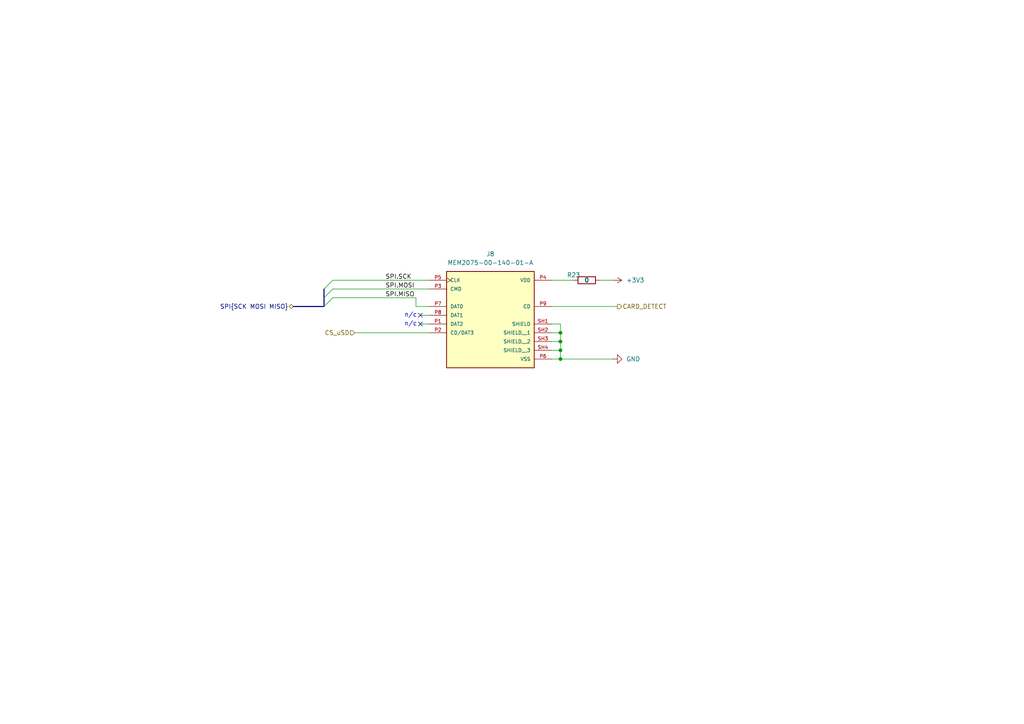
<source format=kicad_sch>
(kicad_sch (version 20231120) (generator "eeschema") (generator_version "8.0")
  (paper "A4")
  (title_block (company "catbranchman") (comment 1 "Electrical Engineering Department") (comment 2 "EE 156 / Stanford University") (comment 3 "Flight Club, W6YX, Endurance"))
  (lib_symbols
    (symbol "Device:R" (pin_numbers hide) (pin_names (offset 0))
      (property "Reference" "R" (at 2.032 0 90))
      (property "Value" "R" (at 0 0 90))
      (symbol "R_0_1"
        (rectangle (start -1.016 -2.54) (end 1.016 2.54) (stroke (width 0.254)))
      )
      (symbol "R_1_1"
        (pin passive line (at 0 3.81 270) (length 1.27) (name "~") (number "1"))
        (pin passive line (at 0 -3.81 90) (length 1.27) (name "~") (number "2"))
      )
    )
    (symbol "_MEM2075:MEM2075-00-140-01-A" (pin_names (offset 1.016))
      (property "Reference" "J" (at -12.7 10.795 0))
      (property "Value" "MEM2075-00-140-01-A" (at -12.7 -20.32 0))
      (symbol "MEM2075-00-140-01-A_0_0"
        (rectangle (start -12.7 -17.78) (end 12.7 10.16) (stroke (width 0.254)) (fill (type background)))
        (pin bidirectional line (at -17.78 -5.08 0) (length 5.08) (name "DAT2") (number "P1"))
        (pin bidirectional line (at -17.78 -7.62 0) (length 5.08) (name "CD/DAT3") (number "P2"))
        (pin bidirectional line (at -17.78 5.08 0) (length 5.08) (name "CMD") (number "P3"))
        (pin power_in line (at 17.78 7.62 180) (length 5.08) (name "VDD") (number "P4"))
        (pin bidirectional clock (at -17.78 7.62 0) (length 5.08) (name "CLK") (number "P5"))
        (pin power_in line (at 17.78 -15.24 180) (length 5.08) (name "VSS") (number "P6"))
        (pin bidirectional line (at -17.78 0 0) (length 5.08) (name "DAT0") (number "P7"))
        (pin bidirectional line (at -17.78 -2.54 0) (length 5.08) (name "DAT1") (number "P8"))
        (pin passive line (at 17.78 0 180) (length 5.08) (name "CD") (number "P9"))
        (pin power_in line (at 17.78 -5.08 180) (length 5.08) (name "SHIELD") (number "SH1"))
        (pin power_in line (at 17.78 -7.62 180) (length 5.08) (name "SHIELD__1") (number "SH2"))
        (pin power_in line (at 17.78 -10.16 180) (length 5.08) (name "SHIELD__2") (number "SH3"))
        (pin power_in line (at 17.78 -12.7 180) (length 5.08) (name "SHIELD__3") (number "SH4"))
      )
    )
    (symbol "power:+3V3" (power) (pin_numbers hide) (pin_names (offset 0) hide)
      (property "Value" "+3V3" (at 0 3.556 0))
      (symbol "+3V3_0_1"
        (polyline (pts (xy -0.762 1.27) (xy 0 2.54)))
        (polyline (pts (xy 0 0) (xy 0 2.54)))
        (polyline (pts (xy 0 2.54) (xy 0.762 1.27)))
      )
      (symbol "+3V3_1_1"
        (pin power_in line (at 0 0 90) (length 0) (name "~") (number "1"))
      )
    )
    (symbol "power:GND" (power) (pin_numbers hide) (pin_names (offset 0) hide)
      (property "Value" "GND" (at 0 -3.81 0))
      (symbol "GND_0_1"
        (polyline (pts (xy 0 0) (xy 0 -1.27) (xy 1.27 -1.27) (xy 0 -2.54) (xy -1.27 -1.27) (xy 0 -1.27)))
      )
      (symbol "GND_1_1"
        (pin power_in line (at 0 0 270) (length 0) (name "~") (number "1"))
      )
    )
  )
  (junction (at 162.56 99.06))
  (junction (at 162.56 96.52))
  (junction (at 162.56 104.14))
  (junction (at 162.56 101.6))
  (no_connect (at 121.92 93.98))
  (no_connect (at 121.92 91.44))
  (bus_entry (at 96.52 86.36) (size -2.54 2.54))
  (bus_entry (at 96.52 81.28) (size -2.54 2.54))
  (bus_entry (at 96.52 83.82) (size -2.54 2.54))
  (wire (pts (xy 173.99 81.28) (xy 177.8 81.28)))
  (wire (pts (xy 160.02 101.6) (xy 162.56 101.6)))
  (wire (pts (xy 96.52 86.36) (xy 120.65 86.36)))
  (wire (pts (xy 160.02 81.28) (xy 166.37 81.28)))
  (wire (pts (xy 162.56 101.6) (xy 162.56 104.14)))
  (wire (pts (xy 160.02 104.14) (xy 162.56 104.14)))
  (wire (pts (xy 102.87 96.52) (xy 124.46 96.52)))
  (bus (pts (xy 85.09 88.9) (xy 93.98 88.9)))
  (wire (pts (xy 96.52 81.28) (xy 124.46 81.28)))
  (bus (pts (xy 93.98 86.36) (xy 93.98 88.9)))
  (wire (pts (xy 120.65 88.9) (xy 124.46 88.9)))
  (wire (pts (xy 162.56 99.06) (xy 162.56 101.6)))
  (wire (pts (xy 120.65 88.9) (xy 120.65 86.36)))
  (wire (pts (xy 162.56 93.98) (xy 162.56 96.52)))
  (wire (pts (xy 124.46 91.44) (xy 121.92 91.44)))
  (wire (pts (xy 162.56 96.52) (xy 162.56 99.06)))
  (wire (pts (xy 124.46 93.98) (xy 121.92 93.98)))
  (wire (pts (xy 96.52 83.82) (xy 124.46 83.82)))
  (wire (pts (xy 160.02 88.9) (xy 179.07 88.9)))
  (wire (pts (xy 160.02 93.98) (xy 162.56 93.98)))
  (bus (pts (xy 93.98 83.82) (xy 93.98 86.36)))
  (wire (pts (xy 160.02 96.52) (xy 162.56 96.52)))
  (wire (pts (xy 162.56 104.14) (xy 177.8 104.14)))
  (wire (pts (xy 160.02 99.06) (xy 162.56 99.06)))
  (text "n/c" (at 119.126 91.44 0) (effects (font (size 1.27 1.27))))
  (text "n/c" (at 119.126 93.98 0) (effects (font (size 1.27 1.27))))
  (label "SPI.MOSI" (at 111.76 83.82 0))
  (label "SPI.SCK" (at 111.76 81.28 0))
  (label "SPI.MISO" (at 111.76 86.36 0))
  (hierarchical_label "SPI{SCK MOSI MISO}" (shape bidirectional) (at 85.09 88.9 180))
  (hierarchical_label "CARD_DETECT" (shape output) (at 179.07 88.9 0))
  (hierarchical_label "CS_uSD" (shape input) (at 102.87 96.52 180))
  (symbol (lib_id "Device:R") (at 170.18 81.28 270) (unit 1)
    (property "Reference" "R23" (at 166.37 79.756 90))
    (property "Value" "0" (at 170.18 81.28 90) (effects (font (thickness 0.254) (bold yes))))
    (property "Footprint" "Resistor_SMD:R_0603_1608Metric" (effects (hide yes)))
    (property "Datasheet" "Datasheet" (effects (hide yes)))
    (property "Description" "Resistor" (effects (hide yes)))
    (property "Mfr" "YAGEO" (effects (hide yes)))
    (property "Mfr P/N" "RC0603JR-070RL" (effects (hide yes)))
    (property "Supplier_1" "Digikey" (effects (hide yes)))
    (property "Supplier_1 P/N" "311-0.0GRCT-ND" (effects (hide yes)))
    (property "Supplier_1 Unit Price" "$0.10000 " (effects (hide yes)))
    (property "Supplier_1 Price @ Qty" "$0.00304 " (effects (hide yes)))
  )
  (symbol (lib_id "power:+3V3") (at 177.8 81.28 270) (unit 1)
    (property "Reference" "#PWR063" (effects (hide yes)))
    (property "Value" "+3V3" (at 181.61 81.2799 90) (effects (justify left)))
    (property "Description" "Power symbol creates a global label with name \"+3V3\"" (effects (hide yes)))
  )
  (symbol (lib_id "power:GND") (at 177.8 104.14 90) (unit 1)
    (property "Reference" "#PWR062" (effects (hide yes)))
    (property "Value" "GND" (at 181.61 104.1399 90) (effects (justify right)))
    (property "Description" "Power symbol creates a global label with name \"GND\" , ground" (effects (hide yes)))
  )
  (symbol (lib_id "_MEM2075:MEM2075-00-140-01-A") (at 142.24 88.9 0) (unit 1)
    (property "Reference" "J8" (at 142.24 73.66 0))
    (property "Value" "MEM2075-00-140-01-A" (at 142.24 76.2 0))
    (property "Footprint" "footprints:GCT_MEM2075-00-140-01-A" (effects (hide yes)))
    (property "Datasheet" "https://gct.co/files/specs/mem2075-spec.pdf" (effects (hide yes)))
    (property "Description" "uSD card socket" (effects (hide yes)))
    (property "PARTREV" "A" (effects (hide yes)))
    (property "STANDARD" "Manufacturer recommendations" (effects (hide yes)))
    (property "MANUFACTURER" "GCT" (effects (hide yes)))
    (property "Mfr" "GCT" (effects (hide yes)))
    (property "Mfr P/N" "MEM2075-00-140-01-A" (effects (hide yes)))
    (property "Supplier_1" "DigiKey" (effects (hide yes)))
    (property "Supplier_1 P/N" "2073-MEM2075-00-140-01-ACT-ND" (effects (hide yes)))
    (property "Supplier_1 Unit Price" "$2.44" (effects (hide yes)))
    (property "Supplier_1 Price @ Qty" "0.93375" (effects (hide yes)))
  )
)
</source>
